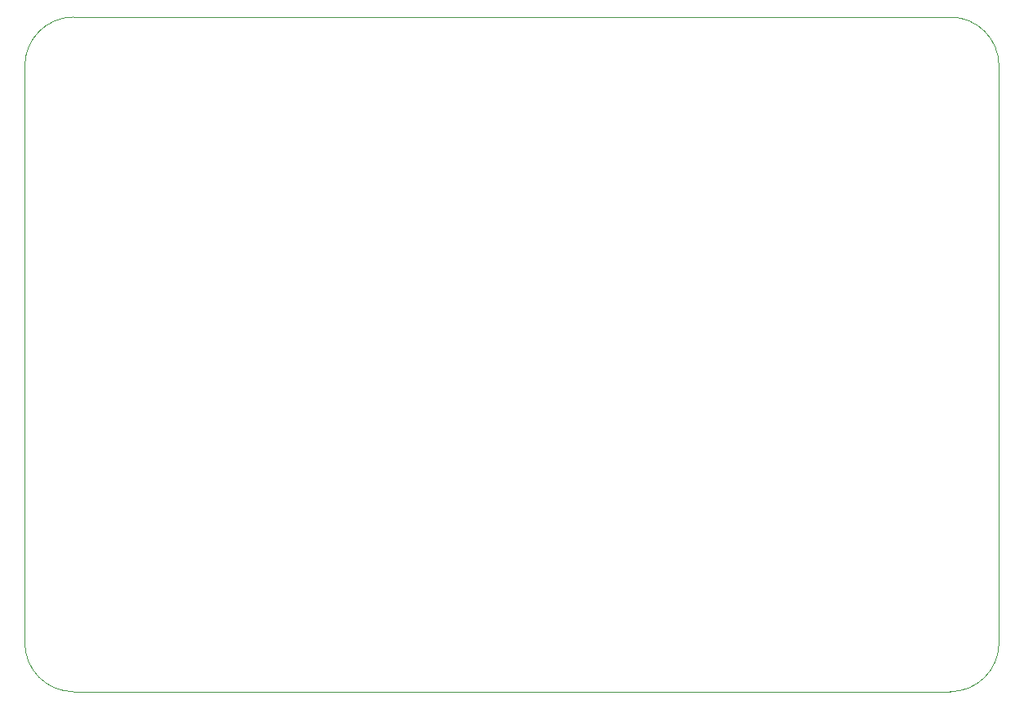
<source format=gm1>
G04 #@! TF.GenerationSoftware,KiCad,Pcbnew,7.0.9*
G04 #@! TF.CreationDate,2024-06-06T01:46:12+04:00*
G04 #@! TF.ProjectId,57TimesAudioRE-AMP,35375469-6d65-4734-9175-64696f52452d,rev?*
G04 #@! TF.SameCoordinates,Original*
G04 #@! TF.FileFunction,Profile,NP*
%FSLAX46Y46*%
G04 Gerber Fmt 4.6, Leading zero omitted, Abs format (unit mm)*
G04 Created by KiCad (PCBNEW 7.0.9) date 2024-06-06 01:46:12*
%MOMM*%
%LPD*%
G01*
G04 APERTURE LIST*
G04 #@! TA.AperFunction,Profile*
%ADD10C,0.100000*%
G04 #@! TD*
G04 APERTURE END LIST*
D10*
X46550000Y-25000000D02*
G75*
G03*
X41500000Y-30050000I0J-5050000D01*
G01*
X142500000Y-89950000D02*
X142500000Y-30050000D01*
X132950000Y-25000000D02*
X46550000Y-25000000D01*
X41500000Y-89950000D02*
G75*
G03*
X46550000Y-95000000I5050000J0D01*
G01*
X142500000Y-30050000D02*
G75*
G03*
X137450000Y-25000000I-5050000J0D01*
G01*
X137450000Y-25000000D02*
X132950000Y-25000000D01*
X132950000Y-95000000D02*
X46550000Y-95000000D01*
X137449999Y-95000000D02*
G75*
G03*
X142500000Y-89950000I1J5050000D01*
G01*
X137450000Y-95000000D02*
X132950000Y-95000000D01*
X41500000Y-89950000D02*
X41500000Y-30050000D01*
M02*

</source>
